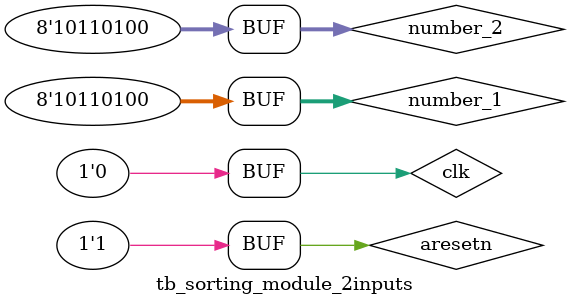
<source format=sv>
`timescale 1ns / 1ps


module tb_sorting_module_2inputs();

//signals
localparam N = 8;

logic [N-1:0] number_1;
logic [N-1:0] number_2;

logic [N-1:0] higher_value;
logic [N-1:0] lower_value;

logic                  clk;
logic                  aresetn;

sorting_module_2inputs #(
  .DATA_WIDTH ( N            )
) UUT (

  .i_clk      ( clk      ),
  .i_aresetn  ( aresetn  ),

  .in_1       ( number_1     ),
  .in_2       ( number_2     ),

  .high       ( higher_value ),
  .low        ( lower_value  )   
);

//simulation
always
  begin
    clk = 1; #5; clk = 0; #5;
  end

initial
  begin
    aresetn  = 1'b0;
    number_1 = 8'd0;  
    number_2 = 8'd0;
    #7;
    aresetn  = 1'b1;
    number_1 = 8'd10; 
    number_2 = 8'd5;
    #10;
    number_1 = 8'd100; 
    number_2 = 8'd255;
    #10;
    number_1 = 8'd180; 
    number_2 = 8'd180;

  end	

endmodule

</source>
